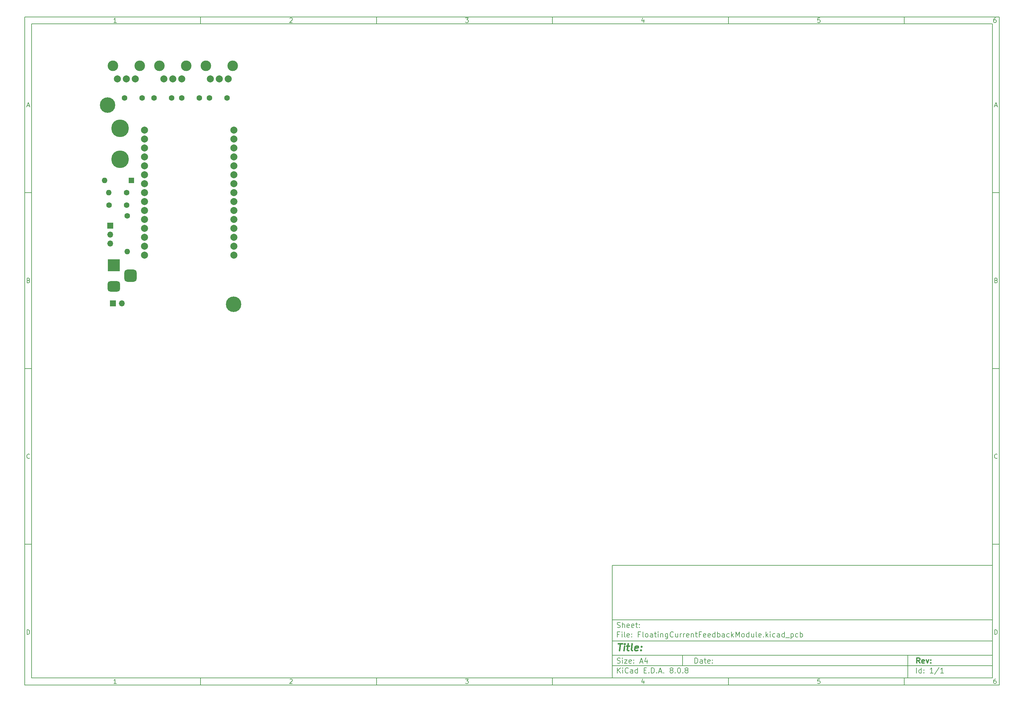
<source format=gbr>
%TF.GenerationSoftware,KiCad,Pcbnew,8.0.8*%
%TF.CreationDate,2025-05-01T12:34:51+01:00*%
%TF.ProjectId,FloatingCurrentFeedbackModule,466c6f61-7469-46e6-9743-757272656e74,rev?*%
%TF.SameCoordinates,Original*%
%TF.FileFunction,Soldermask,Top*%
%TF.FilePolarity,Negative*%
%FSLAX46Y46*%
G04 Gerber Fmt 4.6, Leading zero omitted, Abs format (unit mm)*
G04 Created by KiCad (PCBNEW 8.0.8) date 2025-05-01 12:34:51*
%MOMM*%
%LPD*%
G01*
G04 APERTURE LIST*
G04 Aperture macros list*
%AMRoundRect*
0 Rectangle with rounded corners*
0 $1 Rounding radius*
0 $2 $3 $4 $5 $6 $7 $8 $9 X,Y pos of 4 corners*
0 Add a 4 corners polygon primitive as box body*
4,1,4,$2,$3,$4,$5,$6,$7,$8,$9,$2,$3,0*
0 Add four circle primitives for the rounded corners*
1,1,$1+$1,$2,$3*
1,1,$1+$1,$4,$5*
1,1,$1+$1,$6,$7*
1,1,$1+$1,$8,$9*
0 Add four rect primitives between the rounded corners*
20,1,$1+$1,$2,$3,$4,$5,0*
20,1,$1+$1,$4,$5,$6,$7,0*
20,1,$1+$1,$6,$7,$8,$9,0*
20,1,$1+$1,$8,$9,$2,$3,0*%
G04 Aperture macros list end*
%ADD10C,0.100000*%
%ADD11C,0.150000*%
%ADD12C,0.300000*%
%ADD13C,0.400000*%
%ADD14O,1.600000X1.600000*%
%ADD15C,1.600000*%
%ADD16R,3.500000X3.500000*%
%ADD17RoundRect,0.750000X1.000000X-0.750000X1.000000X0.750000X-1.000000X0.750000X-1.000000X-0.750000X0*%
%ADD18RoundRect,0.875000X0.875000X-0.875000X0.875000X0.875000X-0.875000X0.875000X-0.875000X-0.875000X0*%
%ADD19C,5.000000*%
%ADD20R,1.700000X1.700000*%
%ADD21O,1.700000X1.700000*%
%ADD22C,2.000000*%
%ADD23C,3.000000*%
%ADD24R,1.600000X1.600000*%
%ADD25C,4.400000*%
G04 APERTURE END LIST*
D10*
D11*
X177002200Y-166007200D02*
X285002200Y-166007200D01*
X285002200Y-198007200D01*
X177002200Y-198007200D01*
X177002200Y-166007200D01*
D10*
D11*
X10000000Y-10000000D02*
X287002200Y-10000000D01*
X287002200Y-200007200D01*
X10000000Y-200007200D01*
X10000000Y-10000000D01*
D10*
D11*
X12000000Y-12000000D02*
X285002200Y-12000000D01*
X285002200Y-198007200D01*
X12000000Y-198007200D01*
X12000000Y-12000000D01*
D10*
D11*
X60000000Y-12000000D02*
X60000000Y-10000000D01*
D10*
D11*
X110000000Y-12000000D02*
X110000000Y-10000000D01*
D10*
D11*
X160000000Y-12000000D02*
X160000000Y-10000000D01*
D10*
D11*
X210000000Y-12000000D02*
X210000000Y-10000000D01*
D10*
D11*
X260000000Y-12000000D02*
X260000000Y-10000000D01*
D10*
D11*
X36089160Y-11593604D02*
X35346303Y-11593604D01*
X35717731Y-11593604D02*
X35717731Y-10293604D01*
X35717731Y-10293604D02*
X35593922Y-10479319D01*
X35593922Y-10479319D02*
X35470112Y-10603128D01*
X35470112Y-10603128D02*
X35346303Y-10665033D01*
D10*
D11*
X85346303Y-10417414D02*
X85408207Y-10355509D01*
X85408207Y-10355509D02*
X85532017Y-10293604D01*
X85532017Y-10293604D02*
X85841541Y-10293604D01*
X85841541Y-10293604D02*
X85965350Y-10355509D01*
X85965350Y-10355509D02*
X86027255Y-10417414D01*
X86027255Y-10417414D02*
X86089160Y-10541223D01*
X86089160Y-10541223D02*
X86089160Y-10665033D01*
X86089160Y-10665033D02*
X86027255Y-10850747D01*
X86027255Y-10850747D02*
X85284398Y-11593604D01*
X85284398Y-11593604D02*
X86089160Y-11593604D01*
D10*
D11*
X135284398Y-10293604D02*
X136089160Y-10293604D01*
X136089160Y-10293604D02*
X135655826Y-10788842D01*
X135655826Y-10788842D02*
X135841541Y-10788842D01*
X135841541Y-10788842D02*
X135965350Y-10850747D01*
X135965350Y-10850747D02*
X136027255Y-10912652D01*
X136027255Y-10912652D02*
X136089160Y-11036461D01*
X136089160Y-11036461D02*
X136089160Y-11345985D01*
X136089160Y-11345985D02*
X136027255Y-11469795D01*
X136027255Y-11469795D02*
X135965350Y-11531700D01*
X135965350Y-11531700D02*
X135841541Y-11593604D01*
X135841541Y-11593604D02*
X135470112Y-11593604D01*
X135470112Y-11593604D02*
X135346303Y-11531700D01*
X135346303Y-11531700D02*
X135284398Y-11469795D01*
D10*
D11*
X185965350Y-10726938D02*
X185965350Y-11593604D01*
X185655826Y-10231700D02*
X185346303Y-11160271D01*
X185346303Y-11160271D02*
X186151064Y-11160271D01*
D10*
D11*
X236027255Y-10293604D02*
X235408207Y-10293604D01*
X235408207Y-10293604D02*
X235346303Y-10912652D01*
X235346303Y-10912652D02*
X235408207Y-10850747D01*
X235408207Y-10850747D02*
X235532017Y-10788842D01*
X235532017Y-10788842D02*
X235841541Y-10788842D01*
X235841541Y-10788842D02*
X235965350Y-10850747D01*
X235965350Y-10850747D02*
X236027255Y-10912652D01*
X236027255Y-10912652D02*
X236089160Y-11036461D01*
X236089160Y-11036461D02*
X236089160Y-11345985D01*
X236089160Y-11345985D02*
X236027255Y-11469795D01*
X236027255Y-11469795D02*
X235965350Y-11531700D01*
X235965350Y-11531700D02*
X235841541Y-11593604D01*
X235841541Y-11593604D02*
X235532017Y-11593604D01*
X235532017Y-11593604D02*
X235408207Y-11531700D01*
X235408207Y-11531700D02*
X235346303Y-11469795D01*
D10*
D11*
X285965350Y-10293604D02*
X285717731Y-10293604D01*
X285717731Y-10293604D02*
X285593922Y-10355509D01*
X285593922Y-10355509D02*
X285532017Y-10417414D01*
X285532017Y-10417414D02*
X285408207Y-10603128D01*
X285408207Y-10603128D02*
X285346303Y-10850747D01*
X285346303Y-10850747D02*
X285346303Y-11345985D01*
X285346303Y-11345985D02*
X285408207Y-11469795D01*
X285408207Y-11469795D02*
X285470112Y-11531700D01*
X285470112Y-11531700D02*
X285593922Y-11593604D01*
X285593922Y-11593604D02*
X285841541Y-11593604D01*
X285841541Y-11593604D02*
X285965350Y-11531700D01*
X285965350Y-11531700D02*
X286027255Y-11469795D01*
X286027255Y-11469795D02*
X286089160Y-11345985D01*
X286089160Y-11345985D02*
X286089160Y-11036461D01*
X286089160Y-11036461D02*
X286027255Y-10912652D01*
X286027255Y-10912652D02*
X285965350Y-10850747D01*
X285965350Y-10850747D02*
X285841541Y-10788842D01*
X285841541Y-10788842D02*
X285593922Y-10788842D01*
X285593922Y-10788842D02*
X285470112Y-10850747D01*
X285470112Y-10850747D02*
X285408207Y-10912652D01*
X285408207Y-10912652D02*
X285346303Y-11036461D01*
D10*
D11*
X60000000Y-198007200D02*
X60000000Y-200007200D01*
D10*
D11*
X110000000Y-198007200D02*
X110000000Y-200007200D01*
D10*
D11*
X160000000Y-198007200D02*
X160000000Y-200007200D01*
D10*
D11*
X210000000Y-198007200D02*
X210000000Y-200007200D01*
D10*
D11*
X260000000Y-198007200D02*
X260000000Y-200007200D01*
D10*
D11*
X36089160Y-199600804D02*
X35346303Y-199600804D01*
X35717731Y-199600804D02*
X35717731Y-198300804D01*
X35717731Y-198300804D02*
X35593922Y-198486519D01*
X35593922Y-198486519D02*
X35470112Y-198610328D01*
X35470112Y-198610328D02*
X35346303Y-198672233D01*
D10*
D11*
X85346303Y-198424614D02*
X85408207Y-198362709D01*
X85408207Y-198362709D02*
X85532017Y-198300804D01*
X85532017Y-198300804D02*
X85841541Y-198300804D01*
X85841541Y-198300804D02*
X85965350Y-198362709D01*
X85965350Y-198362709D02*
X86027255Y-198424614D01*
X86027255Y-198424614D02*
X86089160Y-198548423D01*
X86089160Y-198548423D02*
X86089160Y-198672233D01*
X86089160Y-198672233D02*
X86027255Y-198857947D01*
X86027255Y-198857947D02*
X85284398Y-199600804D01*
X85284398Y-199600804D02*
X86089160Y-199600804D01*
D10*
D11*
X135284398Y-198300804D02*
X136089160Y-198300804D01*
X136089160Y-198300804D02*
X135655826Y-198796042D01*
X135655826Y-198796042D02*
X135841541Y-198796042D01*
X135841541Y-198796042D02*
X135965350Y-198857947D01*
X135965350Y-198857947D02*
X136027255Y-198919852D01*
X136027255Y-198919852D02*
X136089160Y-199043661D01*
X136089160Y-199043661D02*
X136089160Y-199353185D01*
X136089160Y-199353185D02*
X136027255Y-199476995D01*
X136027255Y-199476995D02*
X135965350Y-199538900D01*
X135965350Y-199538900D02*
X135841541Y-199600804D01*
X135841541Y-199600804D02*
X135470112Y-199600804D01*
X135470112Y-199600804D02*
X135346303Y-199538900D01*
X135346303Y-199538900D02*
X135284398Y-199476995D01*
D10*
D11*
X185965350Y-198734138D02*
X185965350Y-199600804D01*
X185655826Y-198238900D02*
X185346303Y-199167471D01*
X185346303Y-199167471D02*
X186151064Y-199167471D01*
D10*
D11*
X236027255Y-198300804D02*
X235408207Y-198300804D01*
X235408207Y-198300804D02*
X235346303Y-198919852D01*
X235346303Y-198919852D02*
X235408207Y-198857947D01*
X235408207Y-198857947D02*
X235532017Y-198796042D01*
X235532017Y-198796042D02*
X235841541Y-198796042D01*
X235841541Y-198796042D02*
X235965350Y-198857947D01*
X235965350Y-198857947D02*
X236027255Y-198919852D01*
X236027255Y-198919852D02*
X236089160Y-199043661D01*
X236089160Y-199043661D02*
X236089160Y-199353185D01*
X236089160Y-199353185D02*
X236027255Y-199476995D01*
X236027255Y-199476995D02*
X235965350Y-199538900D01*
X235965350Y-199538900D02*
X235841541Y-199600804D01*
X235841541Y-199600804D02*
X235532017Y-199600804D01*
X235532017Y-199600804D02*
X235408207Y-199538900D01*
X235408207Y-199538900D02*
X235346303Y-199476995D01*
D10*
D11*
X285965350Y-198300804D02*
X285717731Y-198300804D01*
X285717731Y-198300804D02*
X285593922Y-198362709D01*
X285593922Y-198362709D02*
X285532017Y-198424614D01*
X285532017Y-198424614D02*
X285408207Y-198610328D01*
X285408207Y-198610328D02*
X285346303Y-198857947D01*
X285346303Y-198857947D02*
X285346303Y-199353185D01*
X285346303Y-199353185D02*
X285408207Y-199476995D01*
X285408207Y-199476995D02*
X285470112Y-199538900D01*
X285470112Y-199538900D02*
X285593922Y-199600804D01*
X285593922Y-199600804D02*
X285841541Y-199600804D01*
X285841541Y-199600804D02*
X285965350Y-199538900D01*
X285965350Y-199538900D02*
X286027255Y-199476995D01*
X286027255Y-199476995D02*
X286089160Y-199353185D01*
X286089160Y-199353185D02*
X286089160Y-199043661D01*
X286089160Y-199043661D02*
X286027255Y-198919852D01*
X286027255Y-198919852D02*
X285965350Y-198857947D01*
X285965350Y-198857947D02*
X285841541Y-198796042D01*
X285841541Y-198796042D02*
X285593922Y-198796042D01*
X285593922Y-198796042D02*
X285470112Y-198857947D01*
X285470112Y-198857947D02*
X285408207Y-198919852D01*
X285408207Y-198919852D02*
X285346303Y-199043661D01*
D10*
D11*
X10000000Y-60000000D02*
X12000000Y-60000000D01*
D10*
D11*
X10000000Y-110000000D02*
X12000000Y-110000000D01*
D10*
D11*
X10000000Y-160000000D02*
X12000000Y-160000000D01*
D10*
D11*
X10690476Y-35222176D02*
X11309523Y-35222176D01*
X10566666Y-35593604D02*
X10999999Y-34293604D01*
X10999999Y-34293604D02*
X11433333Y-35593604D01*
D10*
D11*
X11092857Y-84912652D02*
X11278571Y-84974557D01*
X11278571Y-84974557D02*
X11340476Y-85036461D01*
X11340476Y-85036461D02*
X11402380Y-85160271D01*
X11402380Y-85160271D02*
X11402380Y-85345985D01*
X11402380Y-85345985D02*
X11340476Y-85469795D01*
X11340476Y-85469795D02*
X11278571Y-85531700D01*
X11278571Y-85531700D02*
X11154761Y-85593604D01*
X11154761Y-85593604D02*
X10659523Y-85593604D01*
X10659523Y-85593604D02*
X10659523Y-84293604D01*
X10659523Y-84293604D02*
X11092857Y-84293604D01*
X11092857Y-84293604D02*
X11216666Y-84355509D01*
X11216666Y-84355509D02*
X11278571Y-84417414D01*
X11278571Y-84417414D02*
X11340476Y-84541223D01*
X11340476Y-84541223D02*
X11340476Y-84665033D01*
X11340476Y-84665033D02*
X11278571Y-84788842D01*
X11278571Y-84788842D02*
X11216666Y-84850747D01*
X11216666Y-84850747D02*
X11092857Y-84912652D01*
X11092857Y-84912652D02*
X10659523Y-84912652D01*
D10*
D11*
X11402380Y-135469795D02*
X11340476Y-135531700D01*
X11340476Y-135531700D02*
X11154761Y-135593604D01*
X11154761Y-135593604D02*
X11030952Y-135593604D01*
X11030952Y-135593604D02*
X10845238Y-135531700D01*
X10845238Y-135531700D02*
X10721428Y-135407890D01*
X10721428Y-135407890D02*
X10659523Y-135284080D01*
X10659523Y-135284080D02*
X10597619Y-135036461D01*
X10597619Y-135036461D02*
X10597619Y-134850747D01*
X10597619Y-134850747D02*
X10659523Y-134603128D01*
X10659523Y-134603128D02*
X10721428Y-134479319D01*
X10721428Y-134479319D02*
X10845238Y-134355509D01*
X10845238Y-134355509D02*
X11030952Y-134293604D01*
X11030952Y-134293604D02*
X11154761Y-134293604D01*
X11154761Y-134293604D02*
X11340476Y-134355509D01*
X11340476Y-134355509D02*
X11402380Y-134417414D01*
D10*
D11*
X10659523Y-185593604D02*
X10659523Y-184293604D01*
X10659523Y-184293604D02*
X10969047Y-184293604D01*
X10969047Y-184293604D02*
X11154761Y-184355509D01*
X11154761Y-184355509D02*
X11278571Y-184479319D01*
X11278571Y-184479319D02*
X11340476Y-184603128D01*
X11340476Y-184603128D02*
X11402380Y-184850747D01*
X11402380Y-184850747D02*
X11402380Y-185036461D01*
X11402380Y-185036461D02*
X11340476Y-185284080D01*
X11340476Y-185284080D02*
X11278571Y-185407890D01*
X11278571Y-185407890D02*
X11154761Y-185531700D01*
X11154761Y-185531700D02*
X10969047Y-185593604D01*
X10969047Y-185593604D02*
X10659523Y-185593604D01*
D10*
D11*
X287002200Y-60000000D02*
X285002200Y-60000000D01*
D10*
D11*
X287002200Y-110000000D02*
X285002200Y-110000000D01*
D10*
D11*
X287002200Y-160000000D02*
X285002200Y-160000000D01*
D10*
D11*
X285692676Y-35222176D02*
X286311723Y-35222176D01*
X285568866Y-35593604D02*
X286002199Y-34293604D01*
X286002199Y-34293604D02*
X286435533Y-35593604D01*
D10*
D11*
X286095057Y-84912652D02*
X286280771Y-84974557D01*
X286280771Y-84974557D02*
X286342676Y-85036461D01*
X286342676Y-85036461D02*
X286404580Y-85160271D01*
X286404580Y-85160271D02*
X286404580Y-85345985D01*
X286404580Y-85345985D02*
X286342676Y-85469795D01*
X286342676Y-85469795D02*
X286280771Y-85531700D01*
X286280771Y-85531700D02*
X286156961Y-85593604D01*
X286156961Y-85593604D02*
X285661723Y-85593604D01*
X285661723Y-85593604D02*
X285661723Y-84293604D01*
X285661723Y-84293604D02*
X286095057Y-84293604D01*
X286095057Y-84293604D02*
X286218866Y-84355509D01*
X286218866Y-84355509D02*
X286280771Y-84417414D01*
X286280771Y-84417414D02*
X286342676Y-84541223D01*
X286342676Y-84541223D02*
X286342676Y-84665033D01*
X286342676Y-84665033D02*
X286280771Y-84788842D01*
X286280771Y-84788842D02*
X286218866Y-84850747D01*
X286218866Y-84850747D02*
X286095057Y-84912652D01*
X286095057Y-84912652D02*
X285661723Y-84912652D01*
D10*
D11*
X286404580Y-135469795D02*
X286342676Y-135531700D01*
X286342676Y-135531700D02*
X286156961Y-135593604D01*
X286156961Y-135593604D02*
X286033152Y-135593604D01*
X286033152Y-135593604D02*
X285847438Y-135531700D01*
X285847438Y-135531700D02*
X285723628Y-135407890D01*
X285723628Y-135407890D02*
X285661723Y-135284080D01*
X285661723Y-135284080D02*
X285599819Y-135036461D01*
X285599819Y-135036461D02*
X285599819Y-134850747D01*
X285599819Y-134850747D02*
X285661723Y-134603128D01*
X285661723Y-134603128D02*
X285723628Y-134479319D01*
X285723628Y-134479319D02*
X285847438Y-134355509D01*
X285847438Y-134355509D02*
X286033152Y-134293604D01*
X286033152Y-134293604D02*
X286156961Y-134293604D01*
X286156961Y-134293604D02*
X286342676Y-134355509D01*
X286342676Y-134355509D02*
X286404580Y-134417414D01*
D10*
D11*
X285661723Y-185593604D02*
X285661723Y-184293604D01*
X285661723Y-184293604D02*
X285971247Y-184293604D01*
X285971247Y-184293604D02*
X286156961Y-184355509D01*
X286156961Y-184355509D02*
X286280771Y-184479319D01*
X286280771Y-184479319D02*
X286342676Y-184603128D01*
X286342676Y-184603128D02*
X286404580Y-184850747D01*
X286404580Y-184850747D02*
X286404580Y-185036461D01*
X286404580Y-185036461D02*
X286342676Y-185284080D01*
X286342676Y-185284080D02*
X286280771Y-185407890D01*
X286280771Y-185407890D02*
X286156961Y-185531700D01*
X286156961Y-185531700D02*
X285971247Y-185593604D01*
X285971247Y-185593604D02*
X285661723Y-185593604D01*
D10*
D11*
X200458026Y-193793328D02*
X200458026Y-192293328D01*
X200458026Y-192293328D02*
X200815169Y-192293328D01*
X200815169Y-192293328D02*
X201029455Y-192364757D01*
X201029455Y-192364757D02*
X201172312Y-192507614D01*
X201172312Y-192507614D02*
X201243741Y-192650471D01*
X201243741Y-192650471D02*
X201315169Y-192936185D01*
X201315169Y-192936185D02*
X201315169Y-193150471D01*
X201315169Y-193150471D02*
X201243741Y-193436185D01*
X201243741Y-193436185D02*
X201172312Y-193579042D01*
X201172312Y-193579042D02*
X201029455Y-193721900D01*
X201029455Y-193721900D02*
X200815169Y-193793328D01*
X200815169Y-193793328D02*
X200458026Y-193793328D01*
X202600884Y-193793328D02*
X202600884Y-193007614D01*
X202600884Y-193007614D02*
X202529455Y-192864757D01*
X202529455Y-192864757D02*
X202386598Y-192793328D01*
X202386598Y-192793328D02*
X202100884Y-192793328D01*
X202100884Y-192793328D02*
X201958026Y-192864757D01*
X202600884Y-193721900D02*
X202458026Y-193793328D01*
X202458026Y-193793328D02*
X202100884Y-193793328D01*
X202100884Y-193793328D02*
X201958026Y-193721900D01*
X201958026Y-193721900D02*
X201886598Y-193579042D01*
X201886598Y-193579042D02*
X201886598Y-193436185D01*
X201886598Y-193436185D02*
X201958026Y-193293328D01*
X201958026Y-193293328D02*
X202100884Y-193221900D01*
X202100884Y-193221900D02*
X202458026Y-193221900D01*
X202458026Y-193221900D02*
X202600884Y-193150471D01*
X203100884Y-192793328D02*
X203672312Y-192793328D01*
X203315169Y-192293328D02*
X203315169Y-193579042D01*
X203315169Y-193579042D02*
X203386598Y-193721900D01*
X203386598Y-193721900D02*
X203529455Y-193793328D01*
X203529455Y-193793328D02*
X203672312Y-193793328D01*
X204743741Y-193721900D02*
X204600884Y-193793328D01*
X204600884Y-193793328D02*
X204315170Y-193793328D01*
X204315170Y-193793328D02*
X204172312Y-193721900D01*
X204172312Y-193721900D02*
X204100884Y-193579042D01*
X204100884Y-193579042D02*
X204100884Y-193007614D01*
X204100884Y-193007614D02*
X204172312Y-192864757D01*
X204172312Y-192864757D02*
X204315170Y-192793328D01*
X204315170Y-192793328D02*
X204600884Y-192793328D01*
X204600884Y-192793328D02*
X204743741Y-192864757D01*
X204743741Y-192864757D02*
X204815170Y-193007614D01*
X204815170Y-193007614D02*
X204815170Y-193150471D01*
X204815170Y-193150471D02*
X204100884Y-193293328D01*
X205458026Y-193650471D02*
X205529455Y-193721900D01*
X205529455Y-193721900D02*
X205458026Y-193793328D01*
X205458026Y-193793328D02*
X205386598Y-193721900D01*
X205386598Y-193721900D02*
X205458026Y-193650471D01*
X205458026Y-193650471D02*
X205458026Y-193793328D01*
X205458026Y-192864757D02*
X205529455Y-192936185D01*
X205529455Y-192936185D02*
X205458026Y-193007614D01*
X205458026Y-193007614D02*
X205386598Y-192936185D01*
X205386598Y-192936185D02*
X205458026Y-192864757D01*
X205458026Y-192864757D02*
X205458026Y-193007614D01*
D10*
D11*
X177002200Y-194507200D02*
X285002200Y-194507200D01*
D10*
D11*
X178458026Y-196593328D02*
X178458026Y-195093328D01*
X179315169Y-196593328D02*
X178672312Y-195736185D01*
X179315169Y-195093328D02*
X178458026Y-195950471D01*
X179958026Y-196593328D02*
X179958026Y-195593328D01*
X179958026Y-195093328D02*
X179886598Y-195164757D01*
X179886598Y-195164757D02*
X179958026Y-195236185D01*
X179958026Y-195236185D02*
X180029455Y-195164757D01*
X180029455Y-195164757D02*
X179958026Y-195093328D01*
X179958026Y-195093328D02*
X179958026Y-195236185D01*
X181529455Y-196450471D02*
X181458027Y-196521900D01*
X181458027Y-196521900D02*
X181243741Y-196593328D01*
X181243741Y-196593328D02*
X181100884Y-196593328D01*
X181100884Y-196593328D02*
X180886598Y-196521900D01*
X180886598Y-196521900D02*
X180743741Y-196379042D01*
X180743741Y-196379042D02*
X180672312Y-196236185D01*
X180672312Y-196236185D02*
X180600884Y-195950471D01*
X180600884Y-195950471D02*
X180600884Y-195736185D01*
X180600884Y-195736185D02*
X180672312Y-195450471D01*
X180672312Y-195450471D02*
X180743741Y-195307614D01*
X180743741Y-195307614D02*
X180886598Y-195164757D01*
X180886598Y-195164757D02*
X181100884Y-195093328D01*
X181100884Y-195093328D02*
X181243741Y-195093328D01*
X181243741Y-195093328D02*
X181458027Y-195164757D01*
X181458027Y-195164757D02*
X181529455Y-195236185D01*
X182815170Y-196593328D02*
X182815170Y-195807614D01*
X182815170Y-195807614D02*
X182743741Y-195664757D01*
X182743741Y-195664757D02*
X182600884Y-195593328D01*
X182600884Y-195593328D02*
X182315170Y-195593328D01*
X182315170Y-195593328D02*
X182172312Y-195664757D01*
X182815170Y-196521900D02*
X182672312Y-196593328D01*
X182672312Y-196593328D02*
X182315170Y-196593328D01*
X182315170Y-196593328D02*
X182172312Y-196521900D01*
X182172312Y-196521900D02*
X182100884Y-196379042D01*
X182100884Y-196379042D02*
X182100884Y-196236185D01*
X182100884Y-196236185D02*
X182172312Y-196093328D01*
X182172312Y-196093328D02*
X182315170Y-196021900D01*
X182315170Y-196021900D02*
X182672312Y-196021900D01*
X182672312Y-196021900D02*
X182815170Y-195950471D01*
X184172313Y-196593328D02*
X184172313Y-195093328D01*
X184172313Y-196521900D02*
X184029455Y-196593328D01*
X184029455Y-196593328D02*
X183743741Y-196593328D01*
X183743741Y-196593328D02*
X183600884Y-196521900D01*
X183600884Y-196521900D02*
X183529455Y-196450471D01*
X183529455Y-196450471D02*
X183458027Y-196307614D01*
X183458027Y-196307614D02*
X183458027Y-195879042D01*
X183458027Y-195879042D02*
X183529455Y-195736185D01*
X183529455Y-195736185D02*
X183600884Y-195664757D01*
X183600884Y-195664757D02*
X183743741Y-195593328D01*
X183743741Y-195593328D02*
X184029455Y-195593328D01*
X184029455Y-195593328D02*
X184172313Y-195664757D01*
X186029455Y-195807614D02*
X186529455Y-195807614D01*
X186743741Y-196593328D02*
X186029455Y-196593328D01*
X186029455Y-196593328D02*
X186029455Y-195093328D01*
X186029455Y-195093328D02*
X186743741Y-195093328D01*
X187386598Y-196450471D02*
X187458027Y-196521900D01*
X187458027Y-196521900D02*
X187386598Y-196593328D01*
X187386598Y-196593328D02*
X187315170Y-196521900D01*
X187315170Y-196521900D02*
X187386598Y-196450471D01*
X187386598Y-196450471D02*
X187386598Y-196593328D01*
X188100884Y-196593328D02*
X188100884Y-195093328D01*
X188100884Y-195093328D02*
X188458027Y-195093328D01*
X188458027Y-195093328D02*
X188672313Y-195164757D01*
X188672313Y-195164757D02*
X188815170Y-195307614D01*
X188815170Y-195307614D02*
X188886599Y-195450471D01*
X188886599Y-195450471D02*
X188958027Y-195736185D01*
X188958027Y-195736185D02*
X188958027Y-195950471D01*
X188958027Y-195950471D02*
X188886599Y-196236185D01*
X188886599Y-196236185D02*
X188815170Y-196379042D01*
X188815170Y-196379042D02*
X188672313Y-196521900D01*
X188672313Y-196521900D02*
X188458027Y-196593328D01*
X188458027Y-196593328D02*
X188100884Y-196593328D01*
X189600884Y-196450471D02*
X189672313Y-196521900D01*
X189672313Y-196521900D02*
X189600884Y-196593328D01*
X189600884Y-196593328D02*
X189529456Y-196521900D01*
X189529456Y-196521900D02*
X189600884Y-196450471D01*
X189600884Y-196450471D02*
X189600884Y-196593328D01*
X190243742Y-196164757D02*
X190958028Y-196164757D01*
X190100885Y-196593328D02*
X190600885Y-195093328D01*
X190600885Y-195093328D02*
X191100885Y-196593328D01*
X191600884Y-196450471D02*
X191672313Y-196521900D01*
X191672313Y-196521900D02*
X191600884Y-196593328D01*
X191600884Y-196593328D02*
X191529456Y-196521900D01*
X191529456Y-196521900D02*
X191600884Y-196450471D01*
X191600884Y-196450471D02*
X191600884Y-196593328D01*
X193672313Y-195736185D02*
X193529456Y-195664757D01*
X193529456Y-195664757D02*
X193458027Y-195593328D01*
X193458027Y-195593328D02*
X193386599Y-195450471D01*
X193386599Y-195450471D02*
X193386599Y-195379042D01*
X193386599Y-195379042D02*
X193458027Y-195236185D01*
X193458027Y-195236185D02*
X193529456Y-195164757D01*
X193529456Y-195164757D02*
X193672313Y-195093328D01*
X193672313Y-195093328D02*
X193958027Y-195093328D01*
X193958027Y-195093328D02*
X194100885Y-195164757D01*
X194100885Y-195164757D02*
X194172313Y-195236185D01*
X194172313Y-195236185D02*
X194243742Y-195379042D01*
X194243742Y-195379042D02*
X194243742Y-195450471D01*
X194243742Y-195450471D02*
X194172313Y-195593328D01*
X194172313Y-195593328D02*
X194100885Y-195664757D01*
X194100885Y-195664757D02*
X193958027Y-195736185D01*
X193958027Y-195736185D02*
X193672313Y-195736185D01*
X193672313Y-195736185D02*
X193529456Y-195807614D01*
X193529456Y-195807614D02*
X193458027Y-195879042D01*
X193458027Y-195879042D02*
X193386599Y-196021900D01*
X193386599Y-196021900D02*
X193386599Y-196307614D01*
X193386599Y-196307614D02*
X193458027Y-196450471D01*
X193458027Y-196450471D02*
X193529456Y-196521900D01*
X193529456Y-196521900D02*
X193672313Y-196593328D01*
X193672313Y-196593328D02*
X193958027Y-196593328D01*
X193958027Y-196593328D02*
X194100885Y-196521900D01*
X194100885Y-196521900D02*
X194172313Y-196450471D01*
X194172313Y-196450471D02*
X194243742Y-196307614D01*
X194243742Y-196307614D02*
X194243742Y-196021900D01*
X194243742Y-196021900D02*
X194172313Y-195879042D01*
X194172313Y-195879042D02*
X194100885Y-195807614D01*
X194100885Y-195807614D02*
X193958027Y-195736185D01*
X194886598Y-196450471D02*
X194958027Y-196521900D01*
X194958027Y-196521900D02*
X194886598Y-196593328D01*
X194886598Y-196593328D02*
X194815170Y-196521900D01*
X194815170Y-196521900D02*
X194886598Y-196450471D01*
X194886598Y-196450471D02*
X194886598Y-196593328D01*
X195886599Y-195093328D02*
X196029456Y-195093328D01*
X196029456Y-195093328D02*
X196172313Y-195164757D01*
X196172313Y-195164757D02*
X196243742Y-195236185D01*
X196243742Y-195236185D02*
X196315170Y-195379042D01*
X196315170Y-195379042D02*
X196386599Y-195664757D01*
X196386599Y-195664757D02*
X196386599Y-196021900D01*
X196386599Y-196021900D02*
X196315170Y-196307614D01*
X196315170Y-196307614D02*
X196243742Y-196450471D01*
X196243742Y-196450471D02*
X196172313Y-196521900D01*
X196172313Y-196521900D02*
X196029456Y-196593328D01*
X196029456Y-196593328D02*
X195886599Y-196593328D01*
X195886599Y-196593328D02*
X195743742Y-196521900D01*
X195743742Y-196521900D02*
X195672313Y-196450471D01*
X195672313Y-196450471D02*
X195600884Y-196307614D01*
X195600884Y-196307614D02*
X195529456Y-196021900D01*
X195529456Y-196021900D02*
X195529456Y-195664757D01*
X195529456Y-195664757D02*
X195600884Y-195379042D01*
X195600884Y-195379042D02*
X195672313Y-195236185D01*
X195672313Y-195236185D02*
X195743742Y-195164757D01*
X195743742Y-195164757D02*
X195886599Y-195093328D01*
X197029455Y-196450471D02*
X197100884Y-196521900D01*
X197100884Y-196521900D02*
X197029455Y-196593328D01*
X197029455Y-196593328D02*
X196958027Y-196521900D01*
X196958027Y-196521900D02*
X197029455Y-196450471D01*
X197029455Y-196450471D02*
X197029455Y-196593328D01*
X197958027Y-195736185D02*
X197815170Y-195664757D01*
X197815170Y-195664757D02*
X197743741Y-195593328D01*
X197743741Y-195593328D02*
X197672313Y-195450471D01*
X197672313Y-195450471D02*
X197672313Y-195379042D01*
X197672313Y-195379042D02*
X197743741Y-195236185D01*
X197743741Y-195236185D02*
X197815170Y-195164757D01*
X197815170Y-195164757D02*
X197958027Y-195093328D01*
X197958027Y-195093328D02*
X198243741Y-195093328D01*
X198243741Y-195093328D02*
X198386599Y-195164757D01*
X198386599Y-195164757D02*
X198458027Y-195236185D01*
X198458027Y-195236185D02*
X198529456Y-195379042D01*
X198529456Y-195379042D02*
X198529456Y-195450471D01*
X198529456Y-195450471D02*
X198458027Y-195593328D01*
X198458027Y-195593328D02*
X198386599Y-195664757D01*
X198386599Y-195664757D02*
X198243741Y-195736185D01*
X198243741Y-195736185D02*
X197958027Y-195736185D01*
X197958027Y-195736185D02*
X197815170Y-195807614D01*
X197815170Y-195807614D02*
X197743741Y-195879042D01*
X197743741Y-195879042D02*
X197672313Y-196021900D01*
X197672313Y-196021900D02*
X197672313Y-196307614D01*
X197672313Y-196307614D02*
X197743741Y-196450471D01*
X197743741Y-196450471D02*
X197815170Y-196521900D01*
X197815170Y-196521900D02*
X197958027Y-196593328D01*
X197958027Y-196593328D02*
X198243741Y-196593328D01*
X198243741Y-196593328D02*
X198386599Y-196521900D01*
X198386599Y-196521900D02*
X198458027Y-196450471D01*
X198458027Y-196450471D02*
X198529456Y-196307614D01*
X198529456Y-196307614D02*
X198529456Y-196021900D01*
X198529456Y-196021900D02*
X198458027Y-195879042D01*
X198458027Y-195879042D02*
X198386599Y-195807614D01*
X198386599Y-195807614D02*
X198243741Y-195736185D01*
D10*
D11*
X177002200Y-191507200D02*
X285002200Y-191507200D01*
D10*
D12*
X264413853Y-193785528D02*
X263913853Y-193071242D01*
X263556710Y-193785528D02*
X263556710Y-192285528D01*
X263556710Y-192285528D02*
X264128139Y-192285528D01*
X264128139Y-192285528D02*
X264270996Y-192356957D01*
X264270996Y-192356957D02*
X264342425Y-192428385D01*
X264342425Y-192428385D02*
X264413853Y-192571242D01*
X264413853Y-192571242D02*
X264413853Y-192785528D01*
X264413853Y-192785528D02*
X264342425Y-192928385D01*
X264342425Y-192928385D02*
X264270996Y-192999814D01*
X264270996Y-192999814D02*
X264128139Y-193071242D01*
X264128139Y-193071242D02*
X263556710Y-193071242D01*
X265628139Y-193714100D02*
X265485282Y-193785528D01*
X265485282Y-193785528D02*
X265199568Y-193785528D01*
X265199568Y-193785528D02*
X265056710Y-193714100D01*
X265056710Y-193714100D02*
X264985282Y-193571242D01*
X264985282Y-193571242D02*
X264985282Y-192999814D01*
X264985282Y-192999814D02*
X265056710Y-192856957D01*
X265056710Y-192856957D02*
X265199568Y-192785528D01*
X265199568Y-192785528D02*
X265485282Y-192785528D01*
X265485282Y-192785528D02*
X265628139Y-192856957D01*
X265628139Y-192856957D02*
X265699568Y-192999814D01*
X265699568Y-192999814D02*
X265699568Y-193142671D01*
X265699568Y-193142671D02*
X264985282Y-193285528D01*
X266199567Y-192785528D02*
X266556710Y-193785528D01*
X266556710Y-193785528D02*
X266913853Y-192785528D01*
X267485281Y-193642671D02*
X267556710Y-193714100D01*
X267556710Y-193714100D02*
X267485281Y-193785528D01*
X267485281Y-193785528D02*
X267413853Y-193714100D01*
X267413853Y-193714100D02*
X267485281Y-193642671D01*
X267485281Y-193642671D02*
X267485281Y-193785528D01*
X267485281Y-192856957D02*
X267556710Y-192928385D01*
X267556710Y-192928385D02*
X267485281Y-192999814D01*
X267485281Y-192999814D02*
X267413853Y-192928385D01*
X267413853Y-192928385D02*
X267485281Y-192856957D01*
X267485281Y-192856957D02*
X267485281Y-192999814D01*
D10*
D11*
X178386598Y-193721900D02*
X178600884Y-193793328D01*
X178600884Y-193793328D02*
X178958026Y-193793328D01*
X178958026Y-193793328D02*
X179100884Y-193721900D01*
X179100884Y-193721900D02*
X179172312Y-193650471D01*
X179172312Y-193650471D02*
X179243741Y-193507614D01*
X179243741Y-193507614D02*
X179243741Y-193364757D01*
X179243741Y-193364757D02*
X179172312Y-193221900D01*
X179172312Y-193221900D02*
X179100884Y-193150471D01*
X179100884Y-193150471D02*
X178958026Y-193079042D01*
X178958026Y-193079042D02*
X178672312Y-193007614D01*
X178672312Y-193007614D02*
X178529455Y-192936185D01*
X178529455Y-192936185D02*
X178458026Y-192864757D01*
X178458026Y-192864757D02*
X178386598Y-192721900D01*
X178386598Y-192721900D02*
X178386598Y-192579042D01*
X178386598Y-192579042D02*
X178458026Y-192436185D01*
X178458026Y-192436185D02*
X178529455Y-192364757D01*
X178529455Y-192364757D02*
X178672312Y-192293328D01*
X178672312Y-192293328D02*
X179029455Y-192293328D01*
X179029455Y-192293328D02*
X179243741Y-192364757D01*
X179886597Y-193793328D02*
X179886597Y-192793328D01*
X179886597Y-192293328D02*
X179815169Y-192364757D01*
X179815169Y-192364757D02*
X179886597Y-192436185D01*
X179886597Y-192436185D02*
X179958026Y-192364757D01*
X179958026Y-192364757D02*
X179886597Y-192293328D01*
X179886597Y-192293328D02*
X179886597Y-192436185D01*
X180458026Y-192793328D02*
X181243741Y-192793328D01*
X181243741Y-192793328D02*
X180458026Y-193793328D01*
X180458026Y-193793328D02*
X181243741Y-193793328D01*
X182386598Y-193721900D02*
X182243741Y-193793328D01*
X182243741Y-193793328D02*
X181958027Y-193793328D01*
X181958027Y-193793328D02*
X181815169Y-193721900D01*
X181815169Y-193721900D02*
X181743741Y-193579042D01*
X181743741Y-193579042D02*
X181743741Y-193007614D01*
X181743741Y-193007614D02*
X181815169Y-192864757D01*
X181815169Y-192864757D02*
X181958027Y-192793328D01*
X181958027Y-192793328D02*
X182243741Y-192793328D01*
X182243741Y-192793328D02*
X182386598Y-192864757D01*
X182386598Y-192864757D02*
X182458027Y-193007614D01*
X182458027Y-193007614D02*
X182458027Y-193150471D01*
X182458027Y-193150471D02*
X181743741Y-193293328D01*
X183100883Y-193650471D02*
X183172312Y-193721900D01*
X183172312Y-193721900D02*
X183100883Y-193793328D01*
X183100883Y-193793328D02*
X183029455Y-193721900D01*
X183029455Y-193721900D02*
X183100883Y-193650471D01*
X183100883Y-193650471D02*
X183100883Y-193793328D01*
X183100883Y-192864757D02*
X183172312Y-192936185D01*
X183172312Y-192936185D02*
X183100883Y-193007614D01*
X183100883Y-193007614D02*
X183029455Y-192936185D01*
X183029455Y-192936185D02*
X183100883Y-192864757D01*
X183100883Y-192864757D02*
X183100883Y-193007614D01*
X184886598Y-193364757D02*
X185600884Y-193364757D01*
X184743741Y-193793328D02*
X185243741Y-192293328D01*
X185243741Y-192293328D02*
X185743741Y-193793328D01*
X186886598Y-192793328D02*
X186886598Y-193793328D01*
X186529455Y-192221900D02*
X186172312Y-193293328D01*
X186172312Y-193293328D02*
X187100883Y-193293328D01*
D10*
D11*
X263458026Y-196593328D02*
X263458026Y-195093328D01*
X264815170Y-196593328D02*
X264815170Y-195093328D01*
X264815170Y-196521900D02*
X264672312Y-196593328D01*
X264672312Y-196593328D02*
X264386598Y-196593328D01*
X264386598Y-196593328D02*
X264243741Y-196521900D01*
X264243741Y-196521900D02*
X264172312Y-196450471D01*
X264172312Y-196450471D02*
X264100884Y-196307614D01*
X264100884Y-196307614D02*
X264100884Y-195879042D01*
X264100884Y-195879042D02*
X264172312Y-195736185D01*
X264172312Y-195736185D02*
X264243741Y-195664757D01*
X264243741Y-195664757D02*
X264386598Y-195593328D01*
X264386598Y-195593328D02*
X264672312Y-195593328D01*
X264672312Y-195593328D02*
X264815170Y-195664757D01*
X265529455Y-196450471D02*
X265600884Y-196521900D01*
X265600884Y-196521900D02*
X265529455Y-196593328D01*
X265529455Y-196593328D02*
X265458027Y-196521900D01*
X265458027Y-196521900D02*
X265529455Y-196450471D01*
X265529455Y-196450471D02*
X265529455Y-196593328D01*
X265529455Y-195664757D02*
X265600884Y-195736185D01*
X265600884Y-195736185D02*
X265529455Y-195807614D01*
X265529455Y-195807614D02*
X265458027Y-195736185D01*
X265458027Y-195736185D02*
X265529455Y-195664757D01*
X265529455Y-195664757D02*
X265529455Y-195807614D01*
X268172313Y-196593328D02*
X267315170Y-196593328D01*
X267743741Y-196593328D02*
X267743741Y-195093328D01*
X267743741Y-195093328D02*
X267600884Y-195307614D01*
X267600884Y-195307614D02*
X267458027Y-195450471D01*
X267458027Y-195450471D02*
X267315170Y-195521900D01*
X269886598Y-195021900D02*
X268600884Y-196950471D01*
X271172313Y-196593328D02*
X270315170Y-196593328D01*
X270743741Y-196593328D02*
X270743741Y-195093328D01*
X270743741Y-195093328D02*
X270600884Y-195307614D01*
X270600884Y-195307614D02*
X270458027Y-195450471D01*
X270458027Y-195450471D02*
X270315170Y-195521900D01*
D10*
D11*
X177002200Y-187507200D02*
X285002200Y-187507200D01*
D10*
D13*
X178693928Y-188211638D02*
X179836785Y-188211638D01*
X179015357Y-190211638D02*
X179265357Y-188211638D01*
X180253452Y-190211638D02*
X180420119Y-188878304D01*
X180503452Y-188211638D02*
X180396309Y-188306876D01*
X180396309Y-188306876D02*
X180479643Y-188402114D01*
X180479643Y-188402114D02*
X180586786Y-188306876D01*
X180586786Y-188306876D02*
X180503452Y-188211638D01*
X180503452Y-188211638D02*
X180479643Y-188402114D01*
X181086786Y-188878304D02*
X181848690Y-188878304D01*
X181455833Y-188211638D02*
X181241548Y-189925923D01*
X181241548Y-189925923D02*
X181312976Y-190116400D01*
X181312976Y-190116400D02*
X181491548Y-190211638D01*
X181491548Y-190211638D02*
X181682024Y-190211638D01*
X182634405Y-190211638D02*
X182455833Y-190116400D01*
X182455833Y-190116400D02*
X182384405Y-189925923D01*
X182384405Y-189925923D02*
X182598690Y-188211638D01*
X184170119Y-190116400D02*
X183967738Y-190211638D01*
X183967738Y-190211638D02*
X183586785Y-190211638D01*
X183586785Y-190211638D02*
X183408214Y-190116400D01*
X183408214Y-190116400D02*
X183336785Y-189925923D01*
X183336785Y-189925923D02*
X183432024Y-189164019D01*
X183432024Y-189164019D02*
X183551071Y-188973542D01*
X183551071Y-188973542D02*
X183753452Y-188878304D01*
X183753452Y-188878304D02*
X184134404Y-188878304D01*
X184134404Y-188878304D02*
X184312976Y-188973542D01*
X184312976Y-188973542D02*
X184384404Y-189164019D01*
X184384404Y-189164019D02*
X184360595Y-189354495D01*
X184360595Y-189354495D02*
X183384404Y-189544971D01*
X185134405Y-190021161D02*
X185217738Y-190116400D01*
X185217738Y-190116400D02*
X185110595Y-190211638D01*
X185110595Y-190211638D02*
X185027262Y-190116400D01*
X185027262Y-190116400D02*
X185134405Y-190021161D01*
X185134405Y-190021161D02*
X185110595Y-190211638D01*
X185265357Y-188973542D02*
X185348690Y-189068780D01*
X185348690Y-189068780D02*
X185241548Y-189164019D01*
X185241548Y-189164019D02*
X185158214Y-189068780D01*
X185158214Y-189068780D02*
X185265357Y-188973542D01*
X185265357Y-188973542D02*
X185241548Y-189164019D01*
D10*
D11*
X178958026Y-185607614D02*
X178458026Y-185607614D01*
X178458026Y-186393328D02*
X178458026Y-184893328D01*
X178458026Y-184893328D02*
X179172312Y-184893328D01*
X179743740Y-186393328D02*
X179743740Y-185393328D01*
X179743740Y-184893328D02*
X179672312Y-184964757D01*
X179672312Y-184964757D02*
X179743740Y-185036185D01*
X179743740Y-185036185D02*
X179815169Y-184964757D01*
X179815169Y-184964757D02*
X179743740Y-184893328D01*
X179743740Y-184893328D02*
X179743740Y-185036185D01*
X180672312Y-186393328D02*
X180529455Y-186321900D01*
X180529455Y-186321900D02*
X180458026Y-186179042D01*
X180458026Y-186179042D02*
X180458026Y-184893328D01*
X181815169Y-186321900D02*
X181672312Y-186393328D01*
X181672312Y-186393328D02*
X181386598Y-186393328D01*
X181386598Y-186393328D02*
X181243740Y-186321900D01*
X181243740Y-186321900D02*
X181172312Y-186179042D01*
X181172312Y-186179042D02*
X181172312Y-185607614D01*
X181172312Y-185607614D02*
X181243740Y-185464757D01*
X181243740Y-185464757D02*
X181386598Y-185393328D01*
X181386598Y-185393328D02*
X181672312Y-185393328D01*
X181672312Y-185393328D02*
X181815169Y-185464757D01*
X181815169Y-185464757D02*
X181886598Y-185607614D01*
X181886598Y-185607614D02*
X181886598Y-185750471D01*
X181886598Y-185750471D02*
X181172312Y-185893328D01*
X182529454Y-186250471D02*
X182600883Y-186321900D01*
X182600883Y-186321900D02*
X182529454Y-186393328D01*
X182529454Y-186393328D02*
X182458026Y-186321900D01*
X182458026Y-186321900D02*
X182529454Y-186250471D01*
X182529454Y-186250471D02*
X182529454Y-186393328D01*
X182529454Y-185464757D02*
X182600883Y-185536185D01*
X182600883Y-185536185D02*
X182529454Y-185607614D01*
X182529454Y-185607614D02*
X182458026Y-185536185D01*
X182458026Y-185536185D02*
X182529454Y-185464757D01*
X182529454Y-185464757D02*
X182529454Y-185607614D01*
X184886597Y-185607614D02*
X184386597Y-185607614D01*
X184386597Y-186393328D02*
X184386597Y-184893328D01*
X184386597Y-184893328D02*
X185100883Y-184893328D01*
X185886597Y-186393328D02*
X185743740Y-186321900D01*
X185743740Y-186321900D02*
X185672311Y-186179042D01*
X185672311Y-186179042D02*
X185672311Y-184893328D01*
X186672311Y-186393328D02*
X186529454Y-186321900D01*
X186529454Y-186321900D02*
X186458025Y-186250471D01*
X186458025Y-186250471D02*
X186386597Y-186107614D01*
X186386597Y-186107614D02*
X186386597Y-185679042D01*
X186386597Y-185679042D02*
X186458025Y-185536185D01*
X186458025Y-185536185D02*
X186529454Y-185464757D01*
X186529454Y-185464757D02*
X186672311Y-185393328D01*
X186672311Y-185393328D02*
X186886597Y-185393328D01*
X186886597Y-185393328D02*
X187029454Y-185464757D01*
X187029454Y-185464757D02*
X187100883Y-185536185D01*
X187100883Y-185536185D02*
X187172311Y-185679042D01*
X187172311Y-185679042D02*
X187172311Y-186107614D01*
X187172311Y-186107614D02*
X187100883Y-186250471D01*
X187100883Y-186250471D02*
X187029454Y-186321900D01*
X187029454Y-186321900D02*
X186886597Y-186393328D01*
X186886597Y-186393328D02*
X186672311Y-186393328D01*
X188458026Y-186393328D02*
X188458026Y-185607614D01*
X188458026Y-185607614D02*
X188386597Y-185464757D01*
X188386597Y-185464757D02*
X188243740Y-185393328D01*
X188243740Y-185393328D02*
X187958026Y-185393328D01*
X187958026Y-185393328D02*
X187815168Y-185464757D01*
X188458026Y-186321900D02*
X188315168Y-186393328D01*
X188315168Y-186393328D02*
X187958026Y-186393328D01*
X187958026Y-186393328D02*
X187815168Y-186321900D01*
X187815168Y-186321900D02*
X187743740Y-186179042D01*
X187743740Y-186179042D02*
X187743740Y-186036185D01*
X187743740Y-186036185D02*
X187815168Y-185893328D01*
X187815168Y-185893328D02*
X187958026Y-185821900D01*
X187958026Y-185821900D02*
X188315168Y-185821900D01*
X188315168Y-185821900D02*
X188458026Y-185750471D01*
X188958026Y-185393328D02*
X189529454Y-185393328D01*
X189172311Y-184893328D02*
X189172311Y-186179042D01*
X189172311Y-186179042D02*
X189243740Y-186321900D01*
X189243740Y-186321900D02*
X189386597Y-186393328D01*
X189386597Y-186393328D02*
X189529454Y-186393328D01*
X190029454Y-186393328D02*
X190029454Y-185393328D01*
X190029454Y-184893328D02*
X189958026Y-184964757D01*
X189958026Y-184964757D02*
X190029454Y-185036185D01*
X190029454Y-185036185D02*
X190100883Y-184964757D01*
X190100883Y-184964757D02*
X190029454Y-184893328D01*
X190029454Y-184893328D02*
X190029454Y-185036185D01*
X190743740Y-185393328D02*
X190743740Y-186393328D01*
X190743740Y-185536185D02*
X190815169Y-185464757D01*
X190815169Y-185464757D02*
X190958026Y-185393328D01*
X190958026Y-185393328D02*
X191172312Y-185393328D01*
X191172312Y-185393328D02*
X191315169Y-185464757D01*
X191315169Y-185464757D02*
X191386598Y-185607614D01*
X191386598Y-185607614D02*
X191386598Y-186393328D01*
X192743741Y-185393328D02*
X192743741Y-186607614D01*
X192743741Y-186607614D02*
X192672312Y-186750471D01*
X192672312Y-186750471D02*
X192600883Y-186821900D01*
X192600883Y-186821900D02*
X192458026Y-186893328D01*
X192458026Y-186893328D02*
X192243741Y-186893328D01*
X192243741Y-186893328D02*
X192100883Y-186821900D01*
X192743741Y-186321900D02*
X192600883Y-186393328D01*
X192600883Y-186393328D02*
X192315169Y-186393328D01*
X192315169Y-186393328D02*
X192172312Y-186321900D01*
X192172312Y-186321900D02*
X192100883Y-186250471D01*
X192100883Y-186250471D02*
X192029455Y-186107614D01*
X192029455Y-186107614D02*
X192029455Y-185679042D01*
X192029455Y-185679042D02*
X192100883Y-185536185D01*
X192100883Y-185536185D02*
X192172312Y-185464757D01*
X192172312Y-185464757D02*
X192315169Y-185393328D01*
X192315169Y-185393328D02*
X192600883Y-185393328D01*
X192600883Y-185393328D02*
X192743741Y-185464757D01*
X194315169Y-186250471D02*
X194243741Y-186321900D01*
X194243741Y-186321900D02*
X194029455Y-186393328D01*
X194029455Y-186393328D02*
X193886598Y-186393328D01*
X193886598Y-186393328D02*
X193672312Y-186321900D01*
X193672312Y-186321900D02*
X193529455Y-186179042D01*
X193529455Y-186179042D02*
X193458026Y-186036185D01*
X193458026Y-186036185D02*
X193386598Y-185750471D01*
X193386598Y-185750471D02*
X193386598Y-185536185D01*
X193386598Y-185536185D02*
X193458026Y-185250471D01*
X193458026Y-185250471D02*
X193529455Y-185107614D01*
X193529455Y-185107614D02*
X193672312Y-184964757D01*
X193672312Y-184964757D02*
X193886598Y-184893328D01*
X193886598Y-184893328D02*
X194029455Y-184893328D01*
X194029455Y-184893328D02*
X194243741Y-184964757D01*
X194243741Y-184964757D02*
X194315169Y-185036185D01*
X195600884Y-185393328D02*
X195600884Y-186393328D01*
X194958026Y-185393328D02*
X194958026Y-186179042D01*
X194958026Y-186179042D02*
X195029455Y-186321900D01*
X195029455Y-186321900D02*
X195172312Y-186393328D01*
X195172312Y-186393328D02*
X195386598Y-186393328D01*
X195386598Y-186393328D02*
X195529455Y-186321900D01*
X195529455Y-186321900D02*
X195600884Y-186250471D01*
X196315169Y-186393328D02*
X196315169Y-185393328D01*
X196315169Y-185679042D02*
X196386598Y-185536185D01*
X196386598Y-185536185D02*
X196458027Y-185464757D01*
X196458027Y-185464757D02*
X196600884Y-185393328D01*
X196600884Y-185393328D02*
X196743741Y-185393328D01*
X197243740Y-186393328D02*
X197243740Y-185393328D01*
X197243740Y-185679042D02*
X197315169Y-185536185D01*
X197315169Y-185536185D02*
X197386598Y-185464757D01*
X197386598Y-185464757D02*
X197529455Y-185393328D01*
X197529455Y-185393328D02*
X197672312Y-185393328D01*
X198743740Y-186321900D02*
X198600883Y-186393328D01*
X198600883Y-186393328D02*
X198315169Y-186393328D01*
X198315169Y-186393328D02*
X198172311Y-186321900D01*
X198172311Y-186321900D02*
X198100883Y-186179042D01*
X198100883Y-186179042D02*
X198100883Y-185607614D01*
X198100883Y-185607614D02*
X198172311Y-185464757D01*
X198172311Y-185464757D02*
X198315169Y-185393328D01*
X198315169Y-185393328D02*
X198600883Y-185393328D01*
X198600883Y-185393328D02*
X198743740Y-185464757D01*
X198743740Y-185464757D02*
X198815169Y-185607614D01*
X198815169Y-185607614D02*
X198815169Y-185750471D01*
X198815169Y-185750471D02*
X198100883Y-185893328D01*
X199458025Y-185393328D02*
X199458025Y-186393328D01*
X199458025Y-185536185D02*
X199529454Y-185464757D01*
X199529454Y-185464757D02*
X199672311Y-185393328D01*
X199672311Y-185393328D02*
X199886597Y-185393328D01*
X199886597Y-185393328D02*
X200029454Y-185464757D01*
X200029454Y-185464757D02*
X200100883Y-185607614D01*
X200100883Y-185607614D02*
X200100883Y-186393328D01*
X200600883Y-185393328D02*
X201172311Y-185393328D01*
X200815168Y-184893328D02*
X200815168Y-186179042D01*
X200815168Y-186179042D02*
X200886597Y-186321900D01*
X200886597Y-186321900D02*
X201029454Y-186393328D01*
X201029454Y-186393328D02*
X201172311Y-186393328D01*
X202172311Y-185607614D02*
X201672311Y-185607614D01*
X201672311Y-186393328D02*
X201672311Y-184893328D01*
X201672311Y-184893328D02*
X202386597Y-184893328D01*
X203529454Y-186321900D02*
X203386597Y-186393328D01*
X203386597Y-186393328D02*
X203100883Y-186393328D01*
X203100883Y-186393328D02*
X202958025Y-186321900D01*
X202958025Y-186321900D02*
X202886597Y-186179042D01*
X202886597Y-186179042D02*
X202886597Y-185607614D01*
X202886597Y-185607614D02*
X202958025Y-185464757D01*
X202958025Y-185464757D02*
X203100883Y-185393328D01*
X203100883Y-185393328D02*
X203386597Y-185393328D01*
X203386597Y-185393328D02*
X203529454Y-185464757D01*
X203529454Y-185464757D02*
X203600883Y-185607614D01*
X203600883Y-185607614D02*
X203600883Y-185750471D01*
X203600883Y-185750471D02*
X202886597Y-185893328D01*
X204815168Y-186321900D02*
X204672311Y-186393328D01*
X204672311Y-186393328D02*
X204386597Y-186393328D01*
X204386597Y-186393328D02*
X204243739Y-186321900D01*
X204243739Y-186321900D02*
X204172311Y-186179042D01*
X204172311Y-186179042D02*
X204172311Y-185607614D01*
X204172311Y-185607614D02*
X204243739Y-185464757D01*
X204243739Y-185464757D02*
X204386597Y-185393328D01*
X204386597Y-185393328D02*
X204672311Y-185393328D01*
X204672311Y-185393328D02*
X204815168Y-185464757D01*
X204815168Y-185464757D02*
X204886597Y-185607614D01*
X204886597Y-185607614D02*
X204886597Y-185750471D01*
X204886597Y-185750471D02*
X204172311Y-185893328D01*
X206172311Y-186393328D02*
X206172311Y-184893328D01*
X206172311Y-186321900D02*
X206029453Y-186393328D01*
X206029453Y-186393328D02*
X205743739Y-186393328D01*
X205743739Y-186393328D02*
X205600882Y-186321900D01*
X205600882Y-186321900D02*
X205529453Y-186250471D01*
X205529453Y-186250471D02*
X205458025Y-186107614D01*
X205458025Y-186107614D02*
X205458025Y-185679042D01*
X205458025Y-185679042D02*
X205529453Y-185536185D01*
X205529453Y-185536185D02*
X205600882Y-185464757D01*
X205600882Y-185464757D02*
X205743739Y-185393328D01*
X205743739Y-185393328D02*
X206029453Y-185393328D01*
X206029453Y-185393328D02*
X206172311Y-185464757D01*
X206886596Y-186393328D02*
X206886596Y-184893328D01*
X206886596Y-185464757D02*
X207029454Y-185393328D01*
X207029454Y-185393328D02*
X207315168Y-185393328D01*
X207315168Y-185393328D02*
X207458025Y-185464757D01*
X207458025Y-185464757D02*
X207529454Y-185536185D01*
X207529454Y-185536185D02*
X207600882Y-185679042D01*
X207600882Y-185679042D02*
X207600882Y-186107614D01*
X207600882Y-186107614D02*
X207529454Y-186250471D01*
X207529454Y-186250471D02*
X207458025Y-186321900D01*
X207458025Y-186321900D02*
X207315168Y-186393328D01*
X207315168Y-186393328D02*
X207029454Y-186393328D01*
X207029454Y-186393328D02*
X206886596Y-186321900D01*
X208886597Y-186393328D02*
X208886597Y-185607614D01*
X208886597Y-185607614D02*
X208815168Y-185464757D01*
X208815168Y-185464757D02*
X208672311Y-185393328D01*
X208672311Y-185393328D02*
X208386597Y-185393328D01*
X208386597Y-185393328D02*
X208243739Y-185464757D01*
X208886597Y-186321900D02*
X208743739Y-186393328D01*
X208743739Y-186393328D02*
X208386597Y-186393328D01*
X208386597Y-186393328D02*
X208243739Y-186321900D01*
X208243739Y-186321900D02*
X208172311Y-186179042D01*
X208172311Y-186179042D02*
X208172311Y-186036185D01*
X208172311Y-186036185D02*
X208243739Y-185893328D01*
X208243739Y-185893328D02*
X208386597Y-185821900D01*
X208386597Y-185821900D02*
X208743739Y-185821900D01*
X208743739Y-185821900D02*
X208886597Y-185750471D01*
X210243740Y-186321900D02*
X210100882Y-186393328D01*
X210100882Y-186393328D02*
X209815168Y-186393328D01*
X209815168Y-186393328D02*
X209672311Y-186321900D01*
X209672311Y-186321900D02*
X209600882Y-186250471D01*
X209600882Y-186250471D02*
X209529454Y-186107614D01*
X209529454Y-186107614D02*
X209529454Y-185679042D01*
X209529454Y-185679042D02*
X209600882Y-185536185D01*
X209600882Y-185536185D02*
X209672311Y-185464757D01*
X209672311Y-185464757D02*
X209815168Y-185393328D01*
X209815168Y-185393328D02*
X210100882Y-185393328D01*
X210100882Y-185393328D02*
X210243740Y-185464757D01*
X210886596Y-186393328D02*
X210886596Y-184893328D01*
X211029454Y-185821900D02*
X211458025Y-186393328D01*
X211458025Y-185393328D02*
X210886596Y-185964757D01*
X212100882Y-186393328D02*
X212100882Y-184893328D01*
X212100882Y-184893328D02*
X212600882Y-185964757D01*
X212600882Y-185964757D02*
X213100882Y-184893328D01*
X213100882Y-184893328D02*
X213100882Y-186393328D01*
X214029454Y-186393328D02*
X213886597Y-186321900D01*
X213886597Y-186321900D02*
X213815168Y-186250471D01*
X213815168Y-186250471D02*
X213743740Y-186107614D01*
X213743740Y-186107614D02*
X213743740Y-185679042D01*
X213743740Y-185679042D02*
X213815168Y-185536185D01*
X213815168Y-185536185D02*
X213886597Y-185464757D01*
X213886597Y-185464757D02*
X214029454Y-185393328D01*
X214029454Y-185393328D02*
X214243740Y-185393328D01*
X214243740Y-185393328D02*
X214386597Y-185464757D01*
X214386597Y-185464757D02*
X214458026Y-185536185D01*
X214458026Y-185536185D02*
X214529454Y-185679042D01*
X214529454Y-185679042D02*
X214529454Y-186107614D01*
X214529454Y-186107614D02*
X214458026Y-186250471D01*
X214458026Y-186250471D02*
X214386597Y-186321900D01*
X214386597Y-186321900D02*
X214243740Y-186393328D01*
X214243740Y-186393328D02*
X214029454Y-186393328D01*
X215815169Y-186393328D02*
X215815169Y-184893328D01*
X215815169Y-186321900D02*
X215672311Y-186393328D01*
X215672311Y-186393328D02*
X215386597Y-186393328D01*
X215386597Y-186393328D02*
X215243740Y-186321900D01*
X215243740Y-186321900D02*
X215172311Y-186250471D01*
X215172311Y-186250471D02*
X215100883Y-186107614D01*
X215100883Y-186107614D02*
X215100883Y-185679042D01*
X215100883Y-185679042D02*
X215172311Y-185536185D01*
X215172311Y-185536185D02*
X215243740Y-185464757D01*
X215243740Y-185464757D02*
X215386597Y-185393328D01*
X215386597Y-185393328D02*
X215672311Y-185393328D01*
X215672311Y-185393328D02*
X215815169Y-185464757D01*
X217172312Y-185393328D02*
X217172312Y-186393328D01*
X216529454Y-185393328D02*
X216529454Y-186179042D01*
X216529454Y-186179042D02*
X216600883Y-186321900D01*
X216600883Y-186321900D02*
X216743740Y-186393328D01*
X216743740Y-186393328D02*
X216958026Y-186393328D01*
X216958026Y-186393328D02*
X217100883Y-186321900D01*
X217100883Y-186321900D02*
X217172312Y-186250471D01*
X218100883Y-186393328D02*
X217958026Y-186321900D01*
X217958026Y-186321900D02*
X217886597Y-186179042D01*
X217886597Y-186179042D02*
X217886597Y-184893328D01*
X219243740Y-186321900D02*
X219100883Y-186393328D01*
X219100883Y-186393328D02*
X218815169Y-186393328D01*
X218815169Y-186393328D02*
X218672311Y-186321900D01*
X218672311Y-186321900D02*
X218600883Y-186179042D01*
X218600883Y-186179042D02*
X218600883Y-185607614D01*
X218600883Y-185607614D02*
X218672311Y-185464757D01*
X218672311Y-185464757D02*
X218815169Y-185393328D01*
X218815169Y-185393328D02*
X219100883Y-185393328D01*
X219100883Y-185393328D02*
X219243740Y-185464757D01*
X219243740Y-185464757D02*
X219315169Y-185607614D01*
X219315169Y-185607614D02*
X219315169Y-185750471D01*
X219315169Y-185750471D02*
X218600883Y-185893328D01*
X219958025Y-186250471D02*
X220029454Y-186321900D01*
X220029454Y-186321900D02*
X219958025Y-186393328D01*
X219958025Y-186393328D02*
X219886597Y-186321900D01*
X219886597Y-186321900D02*
X219958025Y-186250471D01*
X219958025Y-186250471D02*
X219958025Y-186393328D01*
X220672311Y-186393328D02*
X220672311Y-184893328D01*
X220815169Y-185821900D02*
X221243740Y-186393328D01*
X221243740Y-185393328D02*
X220672311Y-185964757D01*
X221886597Y-186393328D02*
X221886597Y-185393328D01*
X221886597Y-184893328D02*
X221815169Y-184964757D01*
X221815169Y-184964757D02*
X221886597Y-185036185D01*
X221886597Y-185036185D02*
X221958026Y-184964757D01*
X221958026Y-184964757D02*
X221886597Y-184893328D01*
X221886597Y-184893328D02*
X221886597Y-185036185D01*
X223243741Y-186321900D02*
X223100883Y-186393328D01*
X223100883Y-186393328D02*
X222815169Y-186393328D01*
X222815169Y-186393328D02*
X222672312Y-186321900D01*
X222672312Y-186321900D02*
X222600883Y-186250471D01*
X222600883Y-186250471D02*
X222529455Y-186107614D01*
X222529455Y-186107614D02*
X222529455Y-185679042D01*
X222529455Y-185679042D02*
X222600883Y-185536185D01*
X222600883Y-185536185D02*
X222672312Y-185464757D01*
X222672312Y-185464757D02*
X222815169Y-185393328D01*
X222815169Y-185393328D02*
X223100883Y-185393328D01*
X223100883Y-185393328D02*
X223243741Y-185464757D01*
X224529455Y-186393328D02*
X224529455Y-185607614D01*
X224529455Y-185607614D02*
X224458026Y-185464757D01*
X224458026Y-185464757D02*
X224315169Y-185393328D01*
X224315169Y-185393328D02*
X224029455Y-185393328D01*
X224029455Y-185393328D02*
X223886597Y-185464757D01*
X224529455Y-186321900D02*
X224386597Y-186393328D01*
X224386597Y-186393328D02*
X224029455Y-186393328D01*
X224029455Y-186393328D02*
X223886597Y-186321900D01*
X223886597Y-186321900D02*
X223815169Y-186179042D01*
X223815169Y-186179042D02*
X223815169Y-186036185D01*
X223815169Y-186036185D02*
X223886597Y-185893328D01*
X223886597Y-185893328D02*
X224029455Y-185821900D01*
X224029455Y-185821900D02*
X224386597Y-185821900D01*
X224386597Y-185821900D02*
X224529455Y-185750471D01*
X225886598Y-186393328D02*
X225886598Y-184893328D01*
X225886598Y-186321900D02*
X225743740Y-186393328D01*
X225743740Y-186393328D02*
X225458026Y-186393328D01*
X225458026Y-186393328D02*
X225315169Y-186321900D01*
X225315169Y-186321900D02*
X225243740Y-186250471D01*
X225243740Y-186250471D02*
X225172312Y-186107614D01*
X225172312Y-186107614D02*
X225172312Y-185679042D01*
X225172312Y-185679042D02*
X225243740Y-185536185D01*
X225243740Y-185536185D02*
X225315169Y-185464757D01*
X225315169Y-185464757D02*
X225458026Y-185393328D01*
X225458026Y-185393328D02*
X225743740Y-185393328D01*
X225743740Y-185393328D02*
X225886598Y-185464757D01*
X226243741Y-186536185D02*
X227386598Y-186536185D01*
X227743740Y-185393328D02*
X227743740Y-186893328D01*
X227743740Y-185464757D02*
X227886598Y-185393328D01*
X227886598Y-185393328D02*
X228172312Y-185393328D01*
X228172312Y-185393328D02*
X228315169Y-185464757D01*
X228315169Y-185464757D02*
X228386598Y-185536185D01*
X228386598Y-185536185D02*
X228458026Y-185679042D01*
X228458026Y-185679042D02*
X228458026Y-186107614D01*
X228458026Y-186107614D02*
X228386598Y-186250471D01*
X228386598Y-186250471D02*
X228315169Y-186321900D01*
X228315169Y-186321900D02*
X228172312Y-186393328D01*
X228172312Y-186393328D02*
X227886598Y-186393328D01*
X227886598Y-186393328D02*
X227743740Y-186321900D01*
X229743741Y-186321900D02*
X229600883Y-186393328D01*
X229600883Y-186393328D02*
X229315169Y-186393328D01*
X229315169Y-186393328D02*
X229172312Y-186321900D01*
X229172312Y-186321900D02*
X229100883Y-186250471D01*
X229100883Y-186250471D02*
X229029455Y-186107614D01*
X229029455Y-186107614D02*
X229029455Y-185679042D01*
X229029455Y-185679042D02*
X229100883Y-185536185D01*
X229100883Y-185536185D02*
X229172312Y-185464757D01*
X229172312Y-185464757D02*
X229315169Y-185393328D01*
X229315169Y-185393328D02*
X229600883Y-185393328D01*
X229600883Y-185393328D02*
X229743741Y-185464757D01*
X230386597Y-186393328D02*
X230386597Y-184893328D01*
X230386597Y-185464757D02*
X230529455Y-185393328D01*
X230529455Y-185393328D02*
X230815169Y-185393328D01*
X230815169Y-185393328D02*
X230958026Y-185464757D01*
X230958026Y-185464757D02*
X231029455Y-185536185D01*
X231029455Y-185536185D02*
X231100883Y-185679042D01*
X231100883Y-185679042D02*
X231100883Y-186107614D01*
X231100883Y-186107614D02*
X231029455Y-186250471D01*
X231029455Y-186250471D02*
X230958026Y-186321900D01*
X230958026Y-186321900D02*
X230815169Y-186393328D01*
X230815169Y-186393328D02*
X230529455Y-186393328D01*
X230529455Y-186393328D02*
X230386597Y-186321900D01*
D10*
D11*
X177002200Y-181507200D02*
X285002200Y-181507200D01*
D10*
D11*
X178386598Y-183621900D02*
X178600884Y-183693328D01*
X178600884Y-183693328D02*
X178958026Y-183693328D01*
X178958026Y-183693328D02*
X179100884Y-183621900D01*
X179100884Y-183621900D02*
X179172312Y-183550471D01*
X179172312Y-183550471D02*
X179243741Y-183407614D01*
X179243741Y-183407614D02*
X179243741Y-183264757D01*
X179243741Y-183264757D02*
X179172312Y-183121900D01*
X179172312Y-183121900D02*
X179100884Y-183050471D01*
X179100884Y-183050471D02*
X178958026Y-182979042D01*
X178958026Y-182979042D02*
X178672312Y-182907614D01*
X178672312Y-182907614D02*
X178529455Y-182836185D01*
X178529455Y-182836185D02*
X178458026Y-182764757D01*
X178458026Y-182764757D02*
X178386598Y-182621900D01*
X178386598Y-182621900D02*
X178386598Y-182479042D01*
X178386598Y-182479042D02*
X178458026Y-182336185D01*
X178458026Y-182336185D02*
X178529455Y-182264757D01*
X178529455Y-182264757D02*
X178672312Y-182193328D01*
X178672312Y-182193328D02*
X179029455Y-182193328D01*
X179029455Y-182193328D02*
X179243741Y-182264757D01*
X179886597Y-183693328D02*
X179886597Y-182193328D01*
X180529455Y-183693328D02*
X180529455Y-182907614D01*
X180529455Y-182907614D02*
X180458026Y-182764757D01*
X180458026Y-182764757D02*
X180315169Y-182693328D01*
X180315169Y-182693328D02*
X180100883Y-182693328D01*
X180100883Y-182693328D02*
X179958026Y-182764757D01*
X179958026Y-182764757D02*
X179886597Y-182836185D01*
X181815169Y-183621900D02*
X181672312Y-183693328D01*
X181672312Y-183693328D02*
X181386598Y-183693328D01*
X181386598Y-183693328D02*
X181243740Y-183621900D01*
X181243740Y-183621900D02*
X181172312Y-183479042D01*
X181172312Y-183479042D02*
X181172312Y-182907614D01*
X181172312Y-182907614D02*
X181243740Y-182764757D01*
X181243740Y-182764757D02*
X181386598Y-182693328D01*
X181386598Y-182693328D02*
X181672312Y-182693328D01*
X181672312Y-182693328D02*
X181815169Y-182764757D01*
X181815169Y-182764757D02*
X181886598Y-182907614D01*
X181886598Y-182907614D02*
X181886598Y-183050471D01*
X181886598Y-183050471D02*
X181172312Y-183193328D01*
X183100883Y-183621900D02*
X182958026Y-183693328D01*
X182958026Y-183693328D02*
X182672312Y-183693328D01*
X182672312Y-183693328D02*
X182529454Y-183621900D01*
X182529454Y-183621900D02*
X182458026Y-183479042D01*
X182458026Y-183479042D02*
X182458026Y-182907614D01*
X182458026Y-182907614D02*
X182529454Y-182764757D01*
X182529454Y-182764757D02*
X182672312Y-182693328D01*
X182672312Y-182693328D02*
X182958026Y-182693328D01*
X182958026Y-182693328D02*
X183100883Y-182764757D01*
X183100883Y-182764757D02*
X183172312Y-182907614D01*
X183172312Y-182907614D02*
X183172312Y-183050471D01*
X183172312Y-183050471D02*
X182458026Y-183193328D01*
X183600883Y-182693328D02*
X184172311Y-182693328D01*
X183815168Y-182193328D02*
X183815168Y-183479042D01*
X183815168Y-183479042D02*
X183886597Y-183621900D01*
X183886597Y-183621900D02*
X184029454Y-183693328D01*
X184029454Y-183693328D02*
X184172311Y-183693328D01*
X184672311Y-183550471D02*
X184743740Y-183621900D01*
X184743740Y-183621900D02*
X184672311Y-183693328D01*
X184672311Y-183693328D02*
X184600883Y-183621900D01*
X184600883Y-183621900D02*
X184672311Y-183550471D01*
X184672311Y-183550471D02*
X184672311Y-183693328D01*
X184672311Y-182764757D02*
X184743740Y-182836185D01*
X184743740Y-182836185D02*
X184672311Y-182907614D01*
X184672311Y-182907614D02*
X184600883Y-182836185D01*
X184600883Y-182836185D02*
X184672311Y-182764757D01*
X184672311Y-182764757D02*
X184672311Y-182907614D01*
D10*
D11*
X197002200Y-191507200D02*
X197002200Y-194507200D01*
D10*
D11*
X261002200Y-191507200D02*
X261002200Y-198007200D01*
D14*
%TO.C,R1*%
X33920000Y-60000000D03*
D15*
X39000000Y-60000000D03*
%TD*%
D16*
%TO.C,J2*%
X35364500Y-80614000D03*
D17*
X35364500Y-86614000D03*
D18*
X40064500Y-83614000D03*
%TD*%
D15*
%TO.C,C5*%
X43394000Y-33020000D03*
X38394000Y-33020000D03*
%TD*%
%TO.C,C1*%
X34000000Y-63500000D03*
X39000000Y-63500000D03*
%TD*%
D19*
%TO.C,J3*%
X37084000Y-41656000D03*
%TD*%
%TO.C,J1*%
X37084000Y-50500000D03*
%TD*%
D20*
%TO.C,J4*%
X34290000Y-69357000D03*
D21*
X34290000Y-71897000D03*
X34290000Y-74437000D03*
%TD*%
D20*
%TO.C,J7*%
X35052000Y-91440000D03*
D21*
X37592000Y-91440000D03*
%TD*%
D22*
%TO.C,X1*%
X44100000Y-42226000D03*
X44100000Y-44766000D03*
X44100000Y-47306000D03*
X44100000Y-49846000D03*
X44100000Y-52386000D03*
X44100000Y-54926000D03*
X44100000Y-57466000D03*
X44100000Y-60006000D03*
X44100000Y-62546000D03*
X44100000Y-65086000D03*
X44100000Y-67626000D03*
X44100000Y-70166000D03*
X44100000Y-72706000D03*
X44100000Y-75246000D03*
X44100000Y-77786000D03*
X69500000Y-77786000D03*
X69500000Y-75246000D03*
X69500000Y-72706000D03*
X69500000Y-70166000D03*
X69500000Y-67626000D03*
X69500000Y-65086000D03*
X69500000Y-62546000D03*
X69500000Y-60006000D03*
X69500000Y-57466000D03*
X69500000Y-54926000D03*
X69500000Y-52386000D03*
X69500000Y-49846000D03*
X69500000Y-47306000D03*
X69500000Y-44766000D03*
X69500000Y-42226000D03*
%TD*%
D23*
%TO.C,OT2*%
X42722800Y-23876000D03*
X35102800Y-23876000D03*
D22*
X36372800Y-27626000D03*
X38912800Y-27626000D03*
X41452800Y-27626000D03*
%TD*%
D23*
%TO.C,OT1*%
X69088000Y-23876000D03*
X61468000Y-23876000D03*
D22*
X62738000Y-27626000D03*
X65278000Y-27626000D03*
X67818000Y-27626000D03*
%TD*%
D24*
%TO.C,D1*%
X40310000Y-56500000D03*
D14*
X32690000Y-56500000D03*
%TD*%
D15*
%TO.C,R5*%
X39116000Y-66548000D03*
D14*
X39116000Y-76708000D03*
%TD*%
D15*
%TO.C,C3*%
X46776000Y-33020000D03*
X51776000Y-33020000D03*
%TD*%
%TO.C,C4*%
X67524000Y-33020000D03*
X62524000Y-33020000D03*
%TD*%
D23*
%TO.C,OR1*%
X55880000Y-23876000D03*
X48260000Y-23876000D03*
D22*
X49530000Y-27626000D03*
X52070000Y-27626000D03*
X54610000Y-27626000D03*
%TD*%
D25*
%TO.C,J6*%
X69342000Y-91694000D03*
%TD*%
%TO.C,J5*%
X33528000Y-35052000D03*
%TD*%
D15*
%TO.C,C2*%
X59650000Y-33020000D03*
X54650000Y-33020000D03*
%TD*%
M02*

</source>
